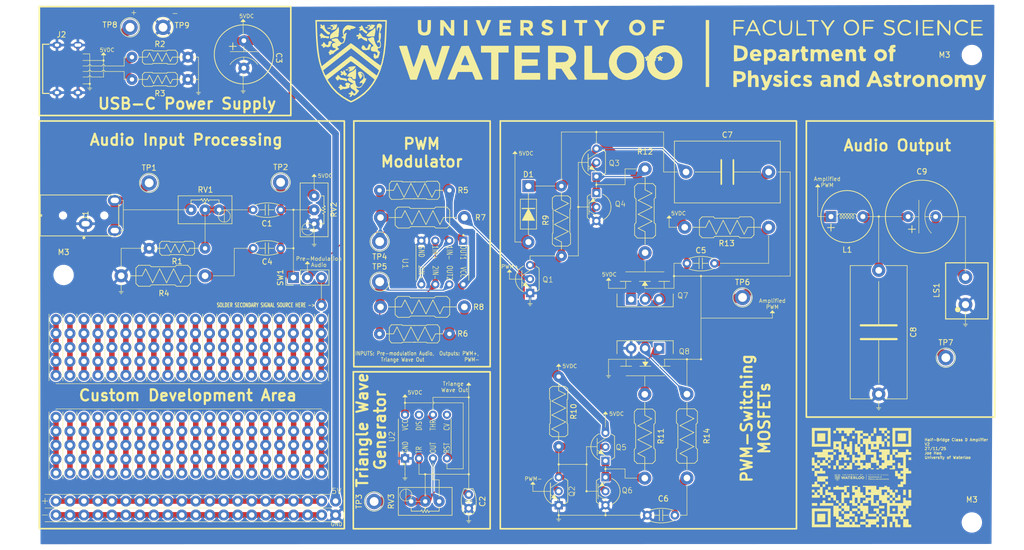
<source format=kicad_pcb>
(kicad_pcb (version 20241229) (generator "pcbnew") (generator_version "9.0")
  (layers (0 "F.Cu" signal) (2 "B.Cu" signal) (13 "F.Paste" user) (15 "B.Paste" user) (5 "F.SilkS" user "F.Silkscreen") (7 "B.SilkS" user "B.Silkscreen") (1 "F.Mask" user) (3 "B.Mask" user) (25 "Edge.Cuts" user))
  (net 0 "")
  (net 1 "Net-(U1-1IN+)")
  (net 2 "GND")
  (net 3 "Net-(U1-OUT1)")
  (net 4 "+5V")
  (net 5 "Net-(Q7-S)")
  (net 6 "Net-(D1-K)")
  (net 7 "Net-(C8-Pad1)")
  (net 8 "Net-(C9-Pad2)")
  (net 9 "Net-(J1-Pad2)")
  (net 10 "Net-(J2-CC1)")
  (net 11 "Net-(J2-CC2)")
  (net 12 "Net-(U1-OUT2)")
  (net 13 "Net-(U2-Q)")
  (net 14 "Net-(SW1-B)")
  (net 17 "Net-(Q1-B)")
  (net 18 "Net-(Q1-C)")
  (net 19 "Net-(Q2-C)")
  (net 20 "Net-(Q2-B)")
  (net 21 "Net-(Q3-E)")
  (net 22 "Net-(Q5-E)")
  (net 23 "Net-(Q7-G)")
  (net 24 "Net-(Q8-G)")
  (net 25 "Net-(C1-Pad2)")
  (net 26 "Net-(C4-Pad1)")
  (net 27 "Net-(C5-Pad1)")
  (net 28 "Net-(C6-Pad1)")
  (net 29 "Net-(SW1-A)")
  (net 30 "/Other Inputs")
  (footprint "PCM_Resistor_THT_US_AKL:R_Axial_DIN0411_L9.9mm_D3.6mm_P15.24mm_Horizontal" (layer "F.Cu") (at 133.08 41.33 180)
    (property "Reference" "R13")
    (property "Value" "10" (hide yes))
  )
  (footprint "PCM_Resistor_THT_US_AKL:R_Axial_DIN0309_L9.0mm_D3.2mm_P12.70mm_Horizontal" (layer "F.Cu") (at 94.94 68.48 -90)
    (property "Reference" "R10")
    (property "Value" "1k" (hide yes))
  )
  (footprint "Class D:PNP_Schematic" (layer "F.Cu") (at 104.09 89.19 180)
    (property "Reference" "Q6")
    (property "Value" "2N2907A")
  )
  (footprint "Class D:LM393" (layer "F.Cu") (at 73.8 47.8875 -90)
    (property "Reference" "U1")
    (property "Value" "~")
  )
  (footprint "Class D:NPN_Schematic" (layer "F.Cu") (at 102.79 81.39)
    (property "Reference" "Q5")
    (property "Value" "2N4401")
  )
  (footprint "MountingHole:MountingHole_3.2mm_M3" (layer "F.Cu") (at 170 95)
    (property "Reference" "M3")
    (property "Value" "MountingHole_3.2mm_M3")
  )
  (footprint "PCM_Resistor_THT_US_AKL:R_Axial_DIN0207_L6.3mm_D2.5mm_P10.16mm_Horizontal" (layer "F.Cu") (at 30.7 45.15 180)
    (property "Reference" "R1")
    (property "Value" "10k" (hide yes))
  )
  (footprint "TestPoint:TestPoint_Keystone_5010-5014_Multipurpose" (layer "F.Cu") (at 62.425 51.2325)
    (property "Reference" "TP5")
    (property "Value" "TestPoint")
  )
  (footprint "PCM_Diode_THT_AKL:D_DO-41_SOD81_P10.16mm_Horizontal" (layer "F.Cu") (at 89.44 33.85 -90)
    (property "Reference" "D1")
    (property "Value" "1N5819" (hide yes))
  )
  (footprint "PCM_Resistor_THT_US_AKL:R_Axial_DIN0207_L6.3mm_D2.5mm_P10.16mm_Horizontal" (layer "F.Cu") (at 17.415 14.444)
    (property "Reference" "R3")
    (property "Value" "5.1k" (hide yes))
  )
  (footprint "Class D:CAP_PK&slash_PZ_10X20_LOW_RUB" (layer "F.Cu") (at 37.615 7.52 -90)
    (property "Reference" "C3")
    (property "Value" "1m")
  )
  (footprint "Class D:NPN_Schematic" (layer "F.Cu") (at 101.14 29.7)
    (property "Reference" "Q3")
    (property "Value" "2N4401")
  )
  (footprint "Class D:PinHeader_1x03_P2.54mm_Vertical" (layer "F.Cu") (at 46.75 50.47 90)
    (property "Reference" "SW1")
    (property "Value" "SW_SPDT")
  )
  (footprint "PCM_Resistor_THT_US_AKL:R_Axial_DIN0411_L9.9mm_D3.6mm_P15.24mm_Horizontal" (layer "F.Cu") (at 77.81 39.5575 180)
    (property "Reference" "R7")
    (property "Value" "10" (hide yes))
  )
  (footprint "PCM_Capacitor_THT_AKL:C_Disc_D5.0mm_W2.5mm_P2.50mm" (layer "F.Cu") (at 78.6 89.93 -90)
    (property "Reference" "C2")
    (property "Value" "10n" (hide yes))
  )
  (footprint "TestPoint:TestPoint_Keystone_5010-5014_Multipurpose" (layer "F.Cu") (at 17.065 4.97)
    (property "Reference" "TP8")
    (property "Value" "TestPoint")
  )
  (footprint "TestPoint:TestPoint_Keystone_5010-5014_Multipurpose" (layer "F.Cu") (at 23.065 4.97)
    (property "Reference" "TP9")
    (property "Value" "TestPoint")
  )
  (footprint "PCM_Resistor_THT_US_AKL:R_Axial_DIN0411_L9.9mm_D3.6mm_P15.24mm_Horizontal" (layer "F.Cu") (at 77.81 55.8075 180)
    (property "Reference" "R8")
    (property "Value" "10" (hide yes))
  )
  (footprint "PCM_Resistor_THT_US_AKL:R_Axial_DIN0411_L9.9mm_D3.6mm_P15.24mm_Horizontal" (layer "F.Cu") (at 110.58 71.7 -90)
    (property "Reference" "R11")
    (property "Value" "10" (hide yes))
  )
  (footprint "MountingHole:MountingHole_3.2mm_M3" (layer "F.Cu") (at 170 10)
    (property "Reference" "M3")
    (property "Value" "MountingHole_3.2mm_M3")
  )
  (footprint "" (layer "F.Cu") (at 54.41 91.11)
    (property "Reference" "")
    (property "Value" "")
  )
  (footprint "LOGO" (layer "F.Cu") (at 111.47 11.1)
    (property "Reference" "G***")
    (property "Value" "LOGO" (hide yes))
  )
  (footprint "LOGO" (layer "F.Cu") (at 149.96 86.84)
    (property "Reference" "G***" (hide yes))
    (property "Value" "LOGO" (hide yes))
  )
  (footprint "MountingHole:MountingHole_3.2mm_M3" (layer "F.Cu") (at 5 50)
    (property "Reference" "M3")
    (property "Value" "MountingHole_3.2mm_M3")
  )
  (footprint "Class D:GCT_USB4125-GF-A_REVA2" (layer "F.Cu") (at 4.595 12.514 -90)
    (property "Reference" "J2")
    (property "Value" "USB_C_Receptacle_PowerOnly_24P")
  )
  (footprint "Class D:STX-3000_KYC" (layer "F.Cu") (at 8.99 40.6802 90)
    (property "Reference" "J1")
    (property "Value" "STX-3000")
  )
  (footprint "PCM_Resistor_THT_US_AKL:R_Axial_DIN0309_L9.0mm_D3.2mm_P12.70mm_Horizontal" (layer "F.Cu") (at 75.09 60.7075 180)
    (property "Reference" "R6")
    (property "Value" "1k" (hide yes))
  )
  (footprint "TestPoint:TestPoint_Keystone_5010-5014_Multipurpose" (layer "F.Cu") (at 20.54 33.26)
    (property "Reference" "TP1")
    (property "Value" "TestPoint")
  )
  (footprint "TestPoint:TestPoint_Keystone_5010-5014_Multipurpose" (layer "F.Cu") (at 165.27 65.04)
    (property "Reference" "TP7")
    (property "Value" "TestPoint")
  )
  (footprint "PCM_Resistor_THT_US_AKL:R_Axial_DIN0411_L9.9mm_D3.6mm_P15.24mm_Horizontal" (layer "F.Cu") (at 118.24 86.91 90)
    (property "Reference" "R14")
    (property "Value" "10" (hide yes))
  )
  (footprint "" (layer "F.Cu") (at 54.41 93.65)
    (property "Reference" "")
    (property "Value" "")
  )
  (footprint "Class D:PNP_Schematic" (layer "F.Cu") (at 102.44 37.5 180)
    (property "Reference" "Q4")
    (property "Value" "2N2907A")
  )
  (footprint "PCM_Potentiometer_THT_US_AKL:Potentiometer_Bourns_3296W_Vertical" (layer "F.Cu") (at 68.15 91.17 180)
    (property "Reference" "RV3")
    (property "Value" "R_Potentiometer" (hide yes))
  )
  (footprint "PCM_Capacitor_THT_AKL:C_Disc_D5.0mm_W2.5mm_P5.00mm" (layer "F.Cu") (at 116.04 93.69 180)
    (property "Reference" "C6")
    (property "Value" "100n" (hide yes))
  )
  (footprint "Class D:691137710002" (layer "F.Cu") (at 168.84 52.89 90)
    (property "Reference" "LS1")
    (property "Value" "40Ω")
  )
  (footprint "PCM_Resistor_THT_US_AKL:R_Axial_DIN0411_L9.9mm_D3.6mm_P15.24mm_Horizontal" (layer "F.Cu") (at 15.46 50.15)
    (property "Reference" "R4")
    (property "Value" "10" (hide yes))
  )
  (footprint "PCM_Capacitor_THT_AKL:C_Disc_D5.0mm_W2.5mm_P5.00mm" (layer "F.Cu") (at 44.43 38.15 180)
    (property "Reference" "C1")
    (property "Value" "100n" (hide yes))
  )
  (footprint "Class D:Breadboard" (layer "F.Cu") (at 3.61 63.17)
    (property "Reference" "Custom Development Area")
    (property "Value" "Breadboard")
  )
  (footprint "TestPoint:TestPoint_Keystone_5010-5014_Multipurpose" (layer "F.Cu") (at 44.43 33.15)
    (property "Reference" "TP2")
    (property "Value" "TestPoint")
  )
  (footprint "PCM_Potentiometer_THT_US_AKL:Potentiometer_Bourns_3296W_Vertical" (layer "F.Cu") (at 50.52 40.7 -90)
    (property "Reference" "RV2")
    (property "Value" "R_Potentiometer" (hide yes))
  )
  (footprint "Class D:CAP_PK&slash_PZ_12P5X20_LOW_RUB" (layer "F.Cu") (at 158.42 39.39)
    (property "Reference" "C9")
    (property "Value" "3300u")
  )
  (footprint "" (layer "F.Cu") (at 51.82 55.51)
    (property "Reference" "")
    (property "Value" "")
  )
  (footprint "PCM_Capacitor_THT_AKL:C_Disc_D5.0mm_W2.5mm_P5.00mm" (layer "F.Cu") (at 123.24 47.88 180)
    (property "Reference" "C5")
    (property "Value" "100n" (hide yes))
  )
  (footprint "PCM_Resistor_THT_US_AKL:R_Axial_DIN0207_L6.3mm_D2.5mm_P10.16mm_Horizontal" (layer "F.Cu") (at 17.415 10.394)
    (property "Reference" "R2")
    (property "Value" "5.1k" (hide yes))
  )
  (footprint "TestPoint:TestPoint_Keystone_5010-5014_Multipurpose" (layer "F.Cu") (at 61.41 91.19 90)
    (property "Reference" "TP3")
    (property "Value" "TestPoint")
  )
  (footprint "PCM_Potentiometer_THT_US_AKL:Potentiometer_Bourns_3296W_Vertical" (layer "F.Cu") (at 33.24 38.14)
    (property "Reference" "RV1")
    (property "Value" "R_Potentiometer" (hide yes))
  )
  (footprint "Class D:IND_BOURNS_RLB0912" (layer "F.Cu") (at 144.4088 39.38)
    (property "Reference" "L1")
    (property "Value" "22u")
  )
  (footprint "Class D:TLC555CP" (layer "F.Cu") (at 70.65 79.36 90)
    (property "Reference" "U2")
    (property "Value" "NE555P")
  )
  (footprint "Class D:NPN_Schematic" (layer "F.Cu") (at 94.29 89.4675)
    (property "Reference" "Q2")
    (property "Value" "2N4401")
  )
  (footprint "TestPoint:TestPoint_Keystone_5010-5014_Multipurpose" (layer "F.Cu") (at 128.34 54.08)
    (property "Reference" "TP6")
    (property "Value" "TestPoint")
  )
  (footprint "Class D:NPN_Schematic" (layer "F.Cu") (at 89.09 50.88)
    (property "Reference" "Q1")
    (property "Value" "2N4401")
  )
  (footprint "PCM_Resistor_THT_US_AKL:R_Axial_DIN0309_L9.0mm_D3.2mm_P12.70mm_Horizontal" (layer "F.Cu") (at 75.09 34.6075 180)
    (property "Reference" "R5")
    (property "Value" "1k" (hide yes))
  )
  (footprint "PCM_Resistor_THT_US_AKL:R_Axial_DIN0411_L9.9mm_D3.6mm_P15.24mm_Horizontal" (layer "F.Cu") (at 110.64 45.95 90)
    (property "Reference" "R12")
    (property "Value" "10" (hide yes))
  )
  (footprint "Class D:NMOS Schematic" (layer "F.Cu") (at 108.14 54.43)
    (property "Reference" "Q7" (hide yes))
    (property "Value" "IRLZ14PBF" (hide yes))
  )
  (footprint "Class D:NMOS Schematic" (layer "F.Cu") (at 113.14 63.3275 180)
    (property "Reference" "Q8" (hide yes))
    (property "Value" "IRLZ14PBF" (hide yes))
  )
  (footprint "PCM_Capacitor_THT_AKL:C_Disc_D5.0mm_W2.5mm_P5.00mm" (layer "F.Cu") (at 39.43 45.15)
    (property "Reference" "C4")
    (property "Value" "100n" (hide yes))
  )
  (footprint "TestPoint:TestPoint_Keystone_5010-5014_Multipurpose" (layer "F.Cu") (at 62.425 43.9325 180)
    (property "Reference" "TP4")
    (property "Value" "TestPoint")
  )
  (footprint "PCM_Capacitor_THT_AKL:C_Rect_L19.0mm_W11.0mm_P15.00mm_MKS4" (layer "F.Cu") (at 118.08 31.28)
    (property "Reference" "C7")
    (property "Value" "2.2u" (hide yes))
  )
  (footprint "PCM_Resistor_THT_US_AKL:R_Axial_DIN0309_L9.0mm_D3.2mm_P12.70mm_Horizontal" (layer "F.Cu") (at 95.44 33.83 -90)
    (property "Reference" "R9")
    (property "Value" "1k" (hide yes))
  )
  (footprint "PCM_Capacitor_THT_AKL:C_Rect_L24.0mm_W10.1mm_P22.50mm_MKT" (layer "F.Cu") (at 153.08 49.16 -90)
    (property "Reference" "C8")
    (property "Value" "3u" (hide yes))
  )
  (gr_line (start 107 85.27) (end 103.44 85.27) (stroke (width 0.1)) (layer "F.SilkS"))
  (gr_line (start 168.74 59.34) (end 168.94 59.34) (stroke (width 0.1)) (layer "F.SilkS"))
  (gr_poly (pts (xy 141.599999 33.99) (xy 142.4 33.99) (xy 142 33.54)) (stroke (width 0.1)) (fill yes) (layer "F.SilkS"))
  (gr_line (start 94.94 92.69) (end 94.94 93.69) (stroke (width 0.1)) (layer "F.SilkS"))
  (gr_line (start 168.44 58.94) (end 169.24 58.94) (stroke (width 0.1)) (layer "F.SilkS"))
  (gr_rect (start 139.93 22) (end 174.139985 75.84) (stroke (width 0.3)) (fill no) (layer "F.SilkS"))
  (gr_line (start 29.1 16.8) (end 29.9 16.8) (stroke (width 0.1)) (layer "F.SilkS"))
  (gr_line (start 8.5 14) (end 9.5 14) (stroke (width 0.1)) (layer "F.SilkS"))
  (gr_line (start 87 44.01) (end 87 28) (stroke (width 0.1)) (layer "F.SilkS"))
  (gr_line (start 46.75 38.15) (end 46.75 49.55) (stroke (width 0.1)) (layer "F.SilkS"))
  (gr_line (start 168.84 57.67) (end 168.84 57.15) (stroke (width 0.1)) (layer "F.SilkS"))
  (gr_line (start 15.85 41.95) (end 15.35 41.95) (stroke (width 0.1)) (layer "F.SilkS"))
  (gr_circle (center 78.6 86.24) (end 78.45 86.24) (stroke (width 0.1)) (fill yes) (layer "F.SilkS"))
  (gr_line (start 73.23 90.25) (end 73.23 87.25) (stroke (width 0.1)) (layer "F.SilkS"))
  (gr_line (start 50.52 43.71) (end 50.52 44.41) (stroke (width 0.1)) (layer "F.SilkS"))
  (gr_circle (center 100 84.44) (end 100.15 84.44) (stroke (width 0.1)) (fill yes) (layer "F.SilkS"))
  (gr_line (start 98.5 46.53) (end 96.6 46.53) (stroke (width 0.1)) (layer "F.SilkS"))
  (gr_line (start 15.46 45.15) (end 15.46 48.62) (stroke (width 0.1)) (layer "F.SilkS"))
  (gr_arc (start 72.1 73.05) (mid 72.3 73.25) (end 72.1 73.45) (stroke (width 0.1)) (layer "F.SilkS"))
  (gr_line (start 78.6 86.24) (end 78.6 72.25) (stroke (width 0.1)) (layer "F.SilkS"))
  (gr_line (start 94.94 67.4) (end 94.94 66.19) (stroke (width 0.1)) (layer "F.SilkS"))
  (gr_line (start 31.55 38.15) (end 32.4 38.15) (stroke (width 0.1)) (layer "F.SilkS"))
  (gr_line (start 124.29 47.88) (end 133.08 47.88) (stroke (width 0.1)) (layer "F.SilkS"))
  (gr_line (start 152.98 74.53) (end 153.18 74.53) (stroke (width 0.1)) (layer "F.SilkS"))
  (gr_line (start 49.29 49.47) (end 49.29 47.54) (stroke (width 0.1)) (layer "F.SilkS"))
  (gr_line (start 27.35 38.145) (end 15.85 38.145) (stroke (width 0.1)) (layer "F.SilkS"))
  (gr_line (start 74.64 85.25) (end 77.6 85.25) (stroke (width 0.1)) (layer "F.SilkS"))
  (gr_line (start 29.5 10.394) (end 29.5 14.444) (stroke (width 0.1)) (layer "F.SilkS"))
  (gr_circle (center 46.75 38.15) (end 46.9 38.15) (stroke (width 0.1)) (fill yes) (layer "F.SilkS"))
  (gr_line (start 16 14.444) (end 16.4 14.444) (stroke (width 0.1)) (layer "F.SilkS"))
  (gr_line (start 116.5 31.28) (end 114 31.28) (stroke (width 0.1)) (layer "F.SilkS"))
  (gr_line (start 103.9 68.69) (end 104.1 68.69) (stroke (width 0.1)) (layer "F.SilkS"))
  (gr_line (start 29.4 17.2) (end 29.6 17.2) (stroke (width 0.1)) (layer "F.SilkS"))
  (gr_line (start 168.84 58.24) (end 168.84 58.94) (stroke (width 0.1)) (layer "F.SilkS"))
  (gr_line (start 78.59 72.25) (end 78.59 69.6) (stroke (width 0.1)) (layer "F.SilkS"))
  (gr_line (start 134.8 31.28) (end 137 31.28) (stroke (width 0.1)) (layer "F.SilkS"))
  (gr_line (start 89.74 54.487759) (end 89.74 54.18) (stroke (width 0.1)) (layer "F.SilkS"))
  (gr_line (start 153.08 73.43) (end 153.08 72.91) (stroke (width 0.1)) (layer "F.SilkS"))
  (gr_line (start 12.25 11) (end 12.25 14) (stroke (width 0.1)) (layer "F.SilkS"))
  (gr_line (start 101.79 24) (end 95.44 24) (stroke (width 0.1)) (layer "F.SilkS"))
  (gr_line (start 74.64 84.25) (end 74.64 85.25) (stroke (width 0.1)) (layer "F.SilkS"))
  (gr_line (start 103.44 85.8) (end 103.44 84.78) (stroke (width 0.1)) (layer "F.SilkS"))
  (gr_line (start 32.16 50.15) (end 36 50.15) (stroke (width 0.1)) (layer "F.SilkS"))
  (gr_line (start 109.99 93.69) (end 103.44 93.69) (stroke (width 0.1)) (layer "F.SilkS"))
  (gr_line (start 69.9 91.17) (end 68.93 91.17) (stroke (width 0.1)) (layer "F.SilkS"))
  (gr_rect (start 57.63 67.61) (end 82.49 96.15) (stroke (width 0.3)) (fill no) (layer "F.SilkS"))
  (gr_line (start 104 67.65) (end 104 65.33) (stroke (width 0.1)) (layer "F.SilkS"))
  (gr_line (start 168.59 59.14) (end 169.09 59.14) (stroke (width 0.1)) (layer "F.SilkS"))
  (gr_line (start 94.94 82.23) (end 94.94 85.91) (stroke (width 0.1)) (layer "F.SilkS"))
  (gr_line (start 51.83 51.47) (end 51.83 54.52) (stroke (width 0.1)) (layer "F.SilkS"))
  (gr_line (start 88.1 44.01) (end 87 44.01) (stroke (width 0.1)) (layer "F.SilkS"))
  (gr_line (start 9.5 16.2) (end 10 16.2) (stroke (width 0.1)) (layer "F.SilkS"))
  (gr_line (start 70.69 90.25) (end 70.69 86.24) (stroke (width 0.1)) (layer "F.SilkS"))
  (gr_line (start 164.42 39.39) (end 168.84 39.39) (stroke (width 0.1)) (layer "F.SilkS"))
  (gr_line (start 8.5 9.8) (end 9.75 9.8) (stroke (width 0.1)) (layer "F.SilkS"))
  (gr_line (start 103.6 68.29) (end 104.4 68.29) (stroke (width 0.1)) (layer "F.SilkS"))
  (gr_line (start 102.09 89.3275) (end 100 89.3275) (stroke (width 0.1)) (layer "F.SilkS"))
  (gr_poly (pts (xy 37.211807 3.95) (xy 38.011808 3.95) (xy 37.611808 3.5)) (stroke (width 0.1)) (fill yes) (layer "F.SilkS"))
  (gr_line (start 89.34 55.187759) (end 90.14 55.187759) (stroke (width 0.1)) (layer "F.SilkS"))
  (gr_line (start 168.84 49.42) (end 168.84 39.39) (stroke (width 0.1)) (layer "F.SilkS"))
  (gr_poly (pts (xy 66.619999 72.2) (xy 67.42 72.2) (xy 67.02 71.75)) (stroke (width 0.1)) (fill yes) (layer "F.SilkS"))
  (gr_line (start 73.23 87.25) (end 72.1 87.25) (stroke (width 0.1)) (layer "F.SilkS"))
  (gr_circle (center 101.79 24) (end 101.94 24) (stroke (width 0.1)) (fill yes) (layer "F.SilkS"))
  (gr_line (start 12.5 12) (end 16 12) (stroke (width 0.1)) (layer "F.SilkS"))
  (gr_line (start 114 24) (end 101.79 24) (stroke (width 0.1)) (layer "F.SilkS"))
  (gr_circle (center 100 89.33) (end 100.15 89.33) (stroke (width 0.1)) (fill yes) (layer "F.SilkS"))
  (gr_line (start 45.38 45.15) (end 46.75 45.15) (stroke (width 0.1)) (layer "F.SilkS"))
  (gr_line (start 152.83 74.33) (end 153.33 74.33) (stroke (width 0.1)) (layer "F.SilkS"))
  (gr_circle (center 118.24 65.33) (end 118.39 65.33) (stroke (width 0.1)) (fill yes) (layer "F.SilkS"))
  (gr_circle (center 98.5 37.6375) (end 98.65 37.6375) (stroke (width 0.1)) (fill yes) (layer "F.SilkS"))
  (gr_line (start 114 31.28) (end 114 24) (stroke (width 0.1)) (layer "F.SilkS"))
  (gr_line (start 118.24 65.33) (end 118.24 70.22) (stroke (width 0.1)) (layer "F.SilkS"))
  (gr_line (start 151.09 39.38) (end 157.3 39.38) (stroke (width 0.1)) (layer "F.SilkS"))
  (gr_line (start 93.44 89.3475) (end 90.25 89.3475) (stroke (width 0.1)) (layer "F.SilkS"))
  (gr_circle (center 103.44 85.29) (end 103.59 85.28) (stroke (width 0.1)) (fill yes) (layer "F.SilkS"))
  (gr_circle (center 67.02 73.25) (end 67.17 73.25) (stroke (width 0.1)) (fill yes) (layer "F.SilkS"))
  (gr_line (start 94.95 84.44) (end 100 84.44) (stroke (width 0.1)) (layer "F.SilkS"))
  (gr_line (start 101.79 24) (end 101.79 26.1) (stroke (width 0.1)) (layer "F.SilkS"))
  (gr_line (start 9.75 9.8) (end 9.75 15.3) (stroke (width 0.1)) (layer "F.SilkS"))
  (gr_circle (center 120.79333 65.330001) (end 120.79 65.18) (stroke (width 0.1)) (fill yes) (layer "F.SilkS"))
  (gr_line (start 29.5 14.444) (end 28.55 14.444) (stroke (width 0.1)) (layer "F.SilkS"))
  (gr_line (start 15.36 53.41) (end 15.56 53.41) (stroke (width 0.1)) (layer "F.SilkS"))
  (gr_circle (center 70.69 86.24) (end 70.84 86.24) (stroke (width 0.1)) (fill yes) (layer "F.SilkS"))
  (gr_line (start 109.15 30.71) (end 107 30.71) (stroke (width 0.1)) (layer "F.SilkS"))
  (gr_line (start 120.79 57.84) (end 133.76 57.84) (stroke (width 0.1)) (layer "F.SilkS"))
  (gr_line (start 38.38 45.15) (end 36 45.15) (stroke (width 0.1)) (layer "F.SilkS"))
  (gr_line (start 8.5 13) (end 9.5 13) (stroke (width 0.1)) (layer "F.SilkS"))
  (gr_line (start 114.1 52.43) (end 115.89 52.43) (stroke (width 0.1)) (layer "F.SilkS"))
  (gr_line (start 95.44 24) (end 95.44 32.6) (stroke (width 0.1)) (layer "F.SilkS"))
  (gr_line (start 98.5 29.537759) (end 100.29 29.537759) (stroke (width 0.1)) (layer "F.SilkS"))
  (gr_line (start 107.08 65.3275) (end 104 65.33) (stroke (width 0.1)) (layer "F.SilkS"))
  (gr_line (start 9.35 16) (end 10.15 16) (stroke (width 0.1)) (layer "F.SilkS"))
  (gr_line (start 89.49 55.387759) (end 89.99 55.387759) (stroke (width 0.1)) (layer "F.SilkS"))
  (gr_line (start 37.22 16.53) (end 38.02 16.53) (stroke (width 0.1)) (layer "F.SilkS"))
  (gr_line (start 67.02 74.5) (end 67.02 72.25) (stroke (width 0.1)) (layer "F.SilkS"))
  (gr_line (start 12.5 13) (end 16 13) (stroke (width 0.1)) (layer "F.SilkS"))
  (gr_line (start 28.55 10.394) (end 29.5 10.394) (stroke (width 0.1)) (layer "F.SilkS"))
  (gr_line (start 104 67.59) (end 104 68.29) (stroke (width 0.1)) (layer "F.SilkS"))
  (gr_line (start 94.69 94.59) (end 95.19 94.59) (stroke (width 0.1)) (layer "F.SilkS"))
  (gr_circle (center 115.89 50.2) (end 115.89 50.05) (stroke (width 0.1)) (fill yes) (layer "F.SilkS"))
  (gr_line (start 37.37 16.73) (end 37.87 16.73) (stroke (width 0.1)) (layer "F.SilkS"))
  (gr_rect (start 0.59 1.2) (end 46.275 21) (stroke (width 0.3)) (fill no) (layer "F.SilkS"))
  (gr_line (start 16 12) (end 16 10.394) (stroke (width 0.1)) (layer "F.SilkS"))
  (gr_arc (start 12 13) (mid 12.25 12.75) (end 12.5 13) (stroke (width 0.1)) (layer "F.SilkS"))
  (gr_line (start 103.44 76.75) (end 103.44 75.33) (stroke (width 0.1)) (layer "F.SilkS"))
  (gr_line (start 98.5 37.6375) (end 98.5 46.53) (stroke (width 0.1)) (layer "F.SilkS"))
  (gr_line (start 72.1 73.45) (end 72.1 74.5) (stroke (width 0.1)) (layer "F.SilkS"))
  (gr_line (start 120.79 65.33) (end 120.79 50.35) (stroke (width 0.1)) (layer "F.SilkS"))
  (gr_line (start 94.3 33.83) (end 90.7 33.83) (stroke (width 0.1)) (layer "F.SilkS"))
  (gr_line (start 116.39 41.33) (end 115 41.33) (stroke (width 0.1)) (layer "F.SilkS"))
  (gr_line (start 34.11 38.15) (end 38.47 38.15) (stroke (width 0.1)) (layer "F.SilkS"))
  (gr_line (start 9.75 15.3) (end 9.75 16) (stroke (width 0.1)) (layer "F.SilkS"))
  (gr_circle (center 101.79 33.575) (end 101.94 33.575) (stroke (width 0.1)) (fill yes) (layer "F.SilkS"))
  (gr_line (start 114.08 65.3275) (end 120.79 65.33) (stroke (width 0.1)) (layer "F.SilkS"))
  (gr_line (start 50.27 44.61) (end 50.77 44.61) (stroke (width 0.1)) (layer "F.SilkS"))
  (gr_circle (center 103.44 93.69) (end 103.59 93.69) (stroke (width 0.1)) (fill yes) (layer "F.SilkS"))
  (gr_line (start 101.94 81.22) (end 100 81.22) (stroke (width 0.1)) (layer "F.SilkS"))
  (gr_line (start 78.59 72.25) (end 72.1 72.25) (stroke (width 0.1)) (layer "F.SilkS"))
  (gr_line (start 10 13) (end 12 13) (stroke (width 0.1)) (layer "F.SilkS"))
  (gr_rect (start 0.59 22) (end 56 96.13) (stroke (width 0.3)) (fill no) (layer "F.SilkS"))
  (gr_line (start 98.5 37.6375) (end 98.5 29.537759) (stroke (width 0.1)) (layer "F.SilkS"))
  (gr_line (start 78.6 93.35) (end 78.6 94.05) (stroke (width 0.1)) (layer "F.SilkS"))
  (gr_line (start 67.02 85.25) (end 67.02 86.25) (stroke (width 0.1)) (layer "F.SilkS"))
  (gr_line (start 8.5 15.25) (end 9.75 15.25) (stroke (width 0.1)) (layer "F.SilkS"))
  (gr_line (start 37.615 6.5) (end 37.615 4) (stroke (width 0.1)) (layer "F.SilkS"))
  (gr_line (start 15.21 53.21) (end 15.71 53.21) (stroke (width 0.1)) (layer "F.SilkS"))
  (gr_line (start 94.84 94.79) (end 95.04 94.79) (stroke (width 0.1)) (layer "F.SilkS"))
  (gr_arc (start 9.5 12) (mid 9.75 11.75) (end 10 12) (stroke (width 0.1)) (layer "F.SilkS"))
  (gr_line (start 153.08 73.43) (end 153.08 74.13) (stroke (width 0.1)) (layer "F.SilkS"))
  (gr_line (start 152.68 74.13) (end 153.48 74.13) (stroke (width 0.1)) (layer "F.SilkS"))
  (gr_line (start 11.5 14) (end 12.25 14) (stroke (width 0.1)) (layer "F.SilkS"))
  (gr_line (start 117.09 93.69) (end 118.24 93.69) (stroke (width 0.1)) (layer "F.SilkS"))
  (gr_line (start 94.94 93.69) (end 94.94 94.39) (stroke (width 0.1)) (layer "F.SilkS"))
  (gr_line (start 168.84 56.64) (end 168.84 58.24) (stroke (width 0.1)) (layer "F.SilkS"))
  (gr_line (start 153.08 39.38) (end 153.08 47.71) (stroke (width 0.1)) (layer "F.SilkS"))
  (gr_line (start 100 89.3275) (end 100 81.22) (stroke (width 0.1)) (layer "F.SilkS"))
  (gr_poly (pts (xy 85.599999 49.49) (xy 86.4 49.49) (xy 86 49.04)) (stroke (width 0.1)) (fill yes) (layer "F.SilkS"))
  (gr_line (start 29.25 17) (end 29.75 17) (stroke (width 0.1)) (layer "F.SilkS"))
  (gr_line (start 107.1 52.43) (end 104 52.43) (stroke (width 0.1)) (layer "F.SilkS"))
  (gr_line (start 15.85 36.45) (end 15.54 36.45) (stroke (width 0.1)) (layer "F.SilkS"))
  (gr_poly (pts (xy 86.599999 27.96) (xy 87.4 27.96) (xy 87 27.51)) (stroke (width 0.1)) (fill yes) (layer "F.SilkS"))
  (gr_poly (pts (xy 48.889999 47.99) (xy 49.69 47.99) (xy 49.29 47.54)) (stroke (width 0.1)) (fill yes) (layer "F.SilkS"))
  (gr_line (start 110.58 68.3275) (end 110.58 70.25) (stroke (width 0.1)) (layer "F.SilkS"))
  (gr_poly (pts (xy 103.598597 50.99) (xy 104.398598 50.99) (xy 103.998598 50.54)) (stroke (width 0.1)) (fill yes) (layer "F.SilkS"))
  (gr_circle (center 120.79 50.2) (end 120.94 50.2) (stroke (width 0.1)) (fill yes) (layer "F.SilkS"))
  (gr_line (start 16 13) (end 16 14.444) (stroke (width 0.1)) (layer "F.SilkS"))
  (gr_poly (pts (xy 50.114775 32.12) (xy 50.914776 32.12) (xy 50.514776 31.67)) (stroke (width 0.1)) (fill yes) (layer "F.SilkS"))
  (gr_line (start 78.6 93.97) (end 78.6 94.67) (stroke (width 0.1)) (layer "F.SilkS"))
  (gr_line (start 78.2 94.67) (end 79 94.67) (stroke (width 0.1)) (layer "F.SilkS"))
  (gr_circle (center 12.25 11) (end 12.4 11) (stroke (width 0.1)) (fill yes) (layer "F.SilkS"))
  (gr_circle (center 94.94 93.69) (end 95.09 93.69) (stroke (width 0.1)) (fill yes) (layer "F.SilkS"))
  (gr_line (start 101.79 34.2) (end 101.79 32.95) (stroke (width 0.1)) (layer "F.SilkS"))
  (gr_line (start 77.59 73.25) (end 67.03 73.25) (stroke (width 0.1)) (layer "F.SilkS"))
  (gr_line (start 86 50.76) (end 86 49.52) (stroke (width 0.1)) (layer "F.SilkS"))
  (gr_line (start 50.52 34.51) (end 50.52 32.12) (stroke (width 0.1)) (layer "F.SilkS"))
  (gr_line (start 77.6 85.25) (end 77.59 73.25) (stroke (width 0.1)) (layer "F.SilkS"))
  (gr_line (start 107 86.94) (end 107 85.27) (stroke (width 0.1)) (layer "F.SilkS"))
  (gr_line (start 72.1 84.24) (end 72.1 87.25) (stroke (width 0.1)) (layer "F.SilkS"))
  (gr_rect (start 57.725 22) (end 82.49 66.68) (stroke (width 0.3)) (fill no) (layer "F.SilkS"))
  (gr_line (start 29.5 16.1) (end 29.5 16.8) (stroke (width 0.1)) (layer "F.SilkS"))
  (gr_line (start 66.92 87.29) (end 67.12 87.29) (stroke (width 0.1)) (layer "F.SilkS"))
  (gr_line (start 72.1 72.25) (end 72.1 73.05) (stroke (width 0.1)) (layer "F.SilkS"))
  (gr_line (start 69.56 84.25) (end 69.56 86.24) (stroke (width 0.1)) (layer "F.SilkS"))
  (gr_line (start 50.12 44.41) (end 50.92 44.41) (stroke (width 0.1)) (layer "F.SilkS"))
  (gr_line (start 67.02 84.25) (end 67.02 85.25) (stroke (width 0.1)) (layer "F.SilkS"))
  (gr_line (start 103.44 77.67) (end 103.44 76.69) (stroke (width 0.1)) (layer "F.SilkS"))
  (gr_line (start 50.52 43.71) (end 50.52 41.54) (stroke (width 0.1)) (layer "F.SilkS"))
  (gr_line (start 16 10.394) (end 16.4 10.394) (stroke (width 0.1)) (layer "F.SilkS"))
  (gr_line (start 115.89 50.2) (end 135.25 50.2) (stroke (width 0.1)) (layer "F.SilkS"))
  (gr_line (start 103.75 68.49) (end 104.25 68.49) (stroke (width 0.1)) (layer "F.SilkS"))
  (gr_line (start 90.25 89.3475) (end 90.25 88.1075) (stroke (width 0.1)) (layer "F.SilkS"))
  (gr_line (start 70.69 86.24) (end 71.9 86.24) (stroke (width 0.1)) (layer "F.SilkS"))
  (gr_line (start 88.24 50.76) (end 86 50.76) (stroke (width 0.1)) (layer "F.SilkS"))
  (gr_line (start 137 50.2) (end 137 31.28) (stroke (width 0.1)) (layer "F.SilkS"))
  (gr_rect (start 84.33 22) (end 138.14 96.15) (stroke (width 0.3)) (fill no) (layer "F.SilkS"))
  (gr_circle (center 94.94 84.44) (end 95.09 84.44) (stroke (width 0.1)) (fill yes) (layer "F.SilkS"))
  (gr_line (start 78.35 94.87) (end 78.85 94.87) (stroke (width 0.1)) (layer "F.SilkS"))
  (gr_line (start 89.74 46.53) (end 94.35 46.53) (stroke (width 0.1)) (layer "F.SilkS"))
  (gr_arc (start 71.9 86.24) (mid 72.1 86.04) (end 72.3 86.24) (stroke (width 0.1)) (layer "F.SilkS"))
  (gr_circle (center 46.75 45.15) (end 46.9 45.16) (stroke (width 0.1)) (fill yes) (layer "F.SilkS"))
  (gr_line (start 100.44 37.6375) (end 98.5 37.6375) (stroke (width 0.1)) (layer "F.SilkS"))
  (gr_line (start 89.74 47.37) (end 89.74 46.53) (stroke (width 0.1)) (layer "F.SilkS"))
  (gr_line (start 89.64 55.587759) (end 89.84 55.587759) (stroke (width 0.1)) (layer "F.SilkS"))
  (gr_line (start 15.85 36.45) (end 15.85 41.95) (stroke (width 0.1)) (layer "F.SilkS"))
  (gr_arc (start 9.5 14) (mid 9.75 13.75) (end 10 14) (stroke (width 0.1)) (layer "F.SilkS"))
  (gr_line (start 9.5 12) (end 8.5 12) (stroke (width 0.1)) (layer "F.SilkS"))
  (gr_line (start 135.185 50.2) (end 137 50.2) (stroke (width 0.1)) (layer "F.SilkS"))
  (gr_line (start 104 52.43) (end 104 51.01) (stroke (width 0.1)) (layer "F.SilkS"))
  (gr_line (start 107 33.575) (end 107 30.71) (stroke (width 0.1)) (layer "F.SilkS"))
  (gr_line (start 10 14) (end 11.5 14) (stroke (width 0.1)) (layer "F.SilkS"))
  (gr_poly (pts (xy 94.538597 66.64) (xy 95.338598 66.64) (xy 94.938598 66.19)) (stroke (width 0.1)) (fill yes) (layer "F.SilkS"))
  (gr_poly (pts (xy 114.599999 39.66) (xy 115.4 39.66) (xy 115 39.21)) (stroke (width 0.1)) (fill yes) (layer "F.SilkS"))
  (gr_poly (pts (xy 103.038597 75.31) (xy 103.838598 75.31) (xy 103.438598 74.86)) (stroke (width 0.1)) (fill yes) (layer "F.SilkS"))
  (gr_line (start 143.4 39.38) (end 142 39.38) (stroke (width 0.1)) (layer "F.SilkS"))
  (gr_line (start 15.46 52.31) (end 15.46 53.01) (stroke (width 0.1)) (layer "F.SilkS"))
  (gr_line (start 94.54 94.39) (end 95.34 94.39) (stroke (width 0.1)) (layer "F.SilkS"))
  (gr_line (start 133.76 57.84) (end 133.76 56.46) (stroke (width 0.1)) (layer "F.SilkS"))
  (gr_line (start 29.5 14.444) (end 29.5 16.1) (stroke (width 0.1)) (layer "F.SilkS"))
  (gr_line (start 50.42 44.81) (end 50.62 44.81) (stroke (width 0.1)) (layer "F.SilkS"))
  (gr_line (start 78.5 95.07) (end 78.7 95.07) (stroke (width 0.1)) (layer "F.SilkS"))
  (gr_arc (start 9.5 13) (mid 9.75 12.75) (end 10 13) (stroke (width 0.1)) (layer "F.SilkS"))
  (gr_poly (pts (xy 78.189999 70.05) (xy 78.99 70.05) (xy 78.59 69.6)) (stroke (width 0.1)) (fill yes) (layer "F.SilkS"))
  (gr_line (start 115 41.33) (end 115 39.67) (stroke (width 0.1)) (layer "F.SilkS"))
  (gr_line (start 15.06 53.01) (end 15.86 53.01) (stroke (width 0.1)) (layer "F.SilkS"))
  (gr_line (start 12 12) (end 10 12) (stroke (width 0.1)) (layer "F.SilkS"))
  (gr_line (start 67.02 86.19) (end 67.02 86.89) (stroke (width 0.1)) (layer "F.SilkS"))
  (gr_line (start 66.77 87.09) (end 67.27 87.09) (stroke (width 0.1)) (layer "F.SilkS"))
  (gr_line (start 66.62 86.89) (end 67.42 86.89) (stroke (width 0.1)) (layer "F.SilkS"))
  (gr_line (start 101.79 33.575) (end 107 33.575) (stroke (width 0.1)) (layer "F.SilkS"))
  (gr_line (start 110.64 47.4) (end 110.64 49.43) (stroke (width 0.1)) (layer "F.SilkS"))
  (gr_line (start 118.24 93.69) (end 118.24 88.36) (stroke (width 0.1)) (layer "F.SilkS"))
  (gr_line (start 8.5 11) (end 12.25 11) (stroke (width 0.1)) (layer "F.SilkS"))
  (gr_line (start 72.3 86.24) (end 78.6 86.24) (stroke (width 0.1)) (layer "F.SilkS"))
  (gr_line (start 78.6 86.24) (end 78.601866 89.05) (stroke (width 0.1)) (layer "F.SilkS"))
  (gr_line (start 36 45.15) (end 36 50.14) (stroke (width 0.1)) (layer "F.SilkS"))
  (gr_line (start 37.62 15.83) (end 37.62 16.53) (stroke (width 0.1)) (layer "F.SilkS"))
  (gr_line (start 109.2 86.94) (end 107 86.94) (stroke (width 0.1)) (layer "F.SilkS"))
  (gr_line (start 19.54 45.15) (end 15.46 45.15) (stroke (width 0.1)) (layer "F.SilkS"))
  (gr_line (start 142 39.38) (end 142 33.54) (stroke (width 0.1)) (layer "F.SilkS"))
  (gr_line (start 15.46 51.68) (end 15.46 52.34) (stroke (width 0.1)) (layer "F.SilkS"))
  (gr_poly (pts (xy 89.849999 88.0775) (xy 90.65 88.0775) (xy 90.25 87.6275)) (stroke (width 0.1)) (fill yes) (layer "F.SilkS"))
  (gr_line (start 37.52 16.93) (end 37.72 16.93) (stroke (width 0.1)) (layer "F.SilkS"))
  (gr_line (start 89.74 54.487759) (end 89.74 55.187759) (stroke (width 0.1)) (layer "F.SilkS"))
  (gr_line (start 94.94 93.69) (end 103.44 93.69) (stroke (width 0.1)) (layer "F.SilkS"))
  (gr_line (start 45.33 38.15) (end 49.54 38.15) (stroke (width 0.1)) (layer "F.SilkS"))
  (gr_line (start 133.08 42.9) (end 133.08 47.88) (stroke (width 0.1)) (layer "F.SilkS"))
  (gr_poly (pts (xy 133.359999 56.91) (xy 134.16 56.91) (xy 133.76 56.46)) (stroke (width 0.1)) (fill yes) (layer "F.SilkS"))
  (gr_line (start 115.89 52.43) (end 115.89 47.88) (stroke (width 0.1)) (layer "F.SilkS"))
  (gr_circle (center 78.59 72.25) (end 78.44 72.25) (stroke (width 0.1)) (fill yes) (layer "F.SilkS"))
  (gr_line (start 115.89 47.88) (end 117.19 47.88) (stroke (width 0.1)) (layer "F.SilkS"))
  (gr_line (start 103.44 93.69) (end 103.44 92.69) (stroke (width 0.1)) (layer "F.SilkS"))
  (gr_line (start 37.615 13.6) (end 37.615 15.9) (stroke (width 0.1)) (layer "F.SilkS"))
  (gr_line (start 69.56 86.24) (end 70.69 86.24) (stroke (width 0.1)) (layer "F.SilkS"))
  (gr_circle (center 9.75 15.25) (end 9.9 15.25) (stroke (width 0.1)) (fill yes) (layer "F.SilkS"))
  (gr_line (start 12.25 11) (end 12.25 10) (stroke (width 0.1)) (layer "F.SilkS"))
  (gr_line (start 9.65 16.4) (end 9.85 16.4) (stroke (width 0.1)) (layer "F.SilkS"))
  (gr_arc (start 12 12) (mid 12.25 11.75) (end 12.5 12) (stroke (width 0.1)) (layer "F.SilkS"))
  (gr_poly (pts (xy 11.85 10) (xy 12.65 10) (xy 12.25 9.55)) (stroke (width 0.1)) (fill yes) (layer "F.SilkS"))
  (gr_line (start 30.7 39.05) (end 30.7 44.13) (stroke (width 0.1)) (layer "F.SilkS"))
  (gr_circle (center 153.08 39.38) (end 153.23 39.38) (stroke (width 0.1)) (fill yes) (layer "F.SilkS"))
  (gr_rect (start 0 0) (end 175 100) (stroke (width 0.00001)) (fill no) (layer "Edge.Cuts"))
  (gr_text "5VDC" (at 102.73 50.32 0) (layer "F.SilkS") (effects (font (size 0.7 0.7) (thickness 0.1)) (justify left bottom)))
  (gr_text "+\n" (at 17.065 2.82 0) (layer "F.SilkS") (effects (font (size 1 1) (thickness 0.1)) (justify left bottom)))
  (gr_text "5VDC" (at 51.12 32.38 0) (layer "F.SilkS") (effects (font (size 0.7 0.7) (thickness 0.1)) (justify left bottom)))
  (gr_text "PWM\nModulator" (at 70.05 30.55 0) (layer "F.SilkS") (effects (font (size 2 2) (thickness 0.4) (bold yes)) (justify bottom)))
  (gr_text "5VDC" (at 36.85 3.35 0) (layer "F.SilkS") (effects (font (size 0.7 0.7) (thickness 0.1)) (justify left bottom)))
  (gr_text "5VDC" (at 104.05 75.66 0) (layer "F.SilkS") (effects (font (size 0.7 0.7) (thickness 0.1)) (justify left bottom)))
  (gr_text "PWM-Switching\nMOSFETs" (at 133.48 76.05 90) (layer "F.SilkS") (effects (font (size 2 2) (thickness 0.4) (bold yes)) (justify bottom)))
  (gr_text "Amplified\nPWM" (at 143.72 34.08 0) (layer "F.SilkS") (effects (font (size 0.7 0.7) (thickness 0.1)) (justify bottom)))
  (gr_text "5VDC" (at 11.5 9.5 0) (layer "F.SilkS") (effects (font (size 0.7 0.7) (thickness 0.1)) (justify left bottom)))
  (gr_text "-" (at 24.565 2.97 0) (layer "F.SilkS") (effects (font (size 1 1) (thickness 0.1)) (justify left bottom)))
  (gr_text "PWM-\n" (at 88.69 87.4775 0) (layer "F.SilkS") (effects (font (size 0.7 0.7) (thickness 0.1)) (justify left bottom)))
  (gr_text "PWM+\n" (at 84.44 48.89 0) (layer "F.SilkS") (effects (font (size 0.7 0.7) (thickness 0.1)) (justify left bottom)))
  (gr_text "Audio Input Processing" (at 9.54 26.6 0) (layer "F.SilkS") (effects (font (size 2 2) (thickness 0.4) (bold yes)) (justify left bottom)))
  (gr_text "5VDC" (at 67.43 71.78 0) (layer "F.SilkS") (effects (font (size 0.7 0.7) (thickness 0.1)) (justify left bottom)))
  (gr_text "Triange \nWave Out" (at 76.04 71.33 0) (layer "F.SilkS") (effects (font (size 0.7 0.7) (thickness 0.1)) (justify bottom)))
  (gr_text "Half-Bridge Class D Amplifier\nV2\n27/11/25\nJoe Hao\nUniversity of Waterloo" (at 161.36 83.48 0) (layer "F.SilkS") (effects (font (size 0.5 0.5) (thickness 0.1) (bold yes)) (justify left bottom)))
  (gr_text "INPUTS: Pre-modulation Audio,\n		Triange Wave Out" (at 57.92 65.8 0) (layer "F.SilkS") (effects (font (size 0.7 0.6) (thickness 0.1)) (justify left bottom)))
  (gr_text "Triangle Wave\nGenerator" (at 63.66 78.21 90) (layer "F.SilkS") (effects (font (size 2 2) (thickness 0.4) (bold yes)) (justify bottom)))
  (gr_text "SOLDER SECONDARY SIGNAL SOURCE HERE ->" (at 32.76 55.92 0) (layer "F.SilkS") (effects (font (size 0.75 0.5) (thickness 0.125) (bold yes)) (justify left bottom)))
  (gr_text "Audio Output" (at 146.49 27.62 0) (layer "F.SilkS") (effects (font (size 2 2) (thickness 0.4) (bold yes)) (justify left bottom)))
  (gr_text "Outputs: PWM+,\n	     PWM-" (at 73.2 65.8 0) (layer "F.SilkS") (effects (font (size 0.7 0.6) (thickness 0.1)) (justify left bottom)))
  (gr_text "5VDC" (at 87.611402 28.31 0) (layer "F.SilkS") (effects (font (size 0.7 0.7) (thickness 0.1)) (justify left bottom)))
  (gr_text "Amplified\nPWM" (at 133.76 56.23 0) (layer "F.SilkS") (effects (font (size 0.7 0.7) (thickness 0.1)) (justify bottom)))
  (gr_text "5VDC" (at 115.31 39.21 0) (layer "F.SilkS") (effects (font (size 0.7 0.7) (thickness 0.1)) (justify left bottom)))
  (gr_text "USB-C Power Supply" (at 11.02 20.03 0) (layer "F.SilkS") (effects (font (size 2 2) (thickness 0.4) (bold yes)) (justify left bottom)))
  (gr_text "5V" (at 53.61 89.89 0) (layer "F.SilkS") (effects (font (size 1 1) (thickness 0.1)) (justify left bottom)))
  (gr_text "GND" (at 53.46 95.73 0) (layer "F.SilkS") (effects (font (size 0.7 0.7) (thickness 0.1)) (justify left bottom)))
  (gr_text "5VDC" (at 95.55 66.99 0) (layer "F.SilkS") (effects (font (size 0.7 0.7) (thickness 0.1)) (justify left bottom)))
  (gr_text "Pre-Modulation\nAudio" (at 51.37 48.58 0) (layer "F.SilkS") (effects (font (size 0.7 0.7) (thickness 0.1)) (justify bottom)))
  (segment (start 77.800001 89.130001) (end 78.6 89.93) (width 0.2) (layer "F.Cu") (net 1))
  (segment (start 72.53 51.7075) (end 72.53 43.7675) (width 0.2) (layer "F.Cu") (net 1))
  (segment (start 72.729999 89.130001) (end 77.800001 89.130001) (width 0.2) (layer "F.Cu") (net 1))
  (segment (start 69.56 77.95) (end 69.56 83.35) (width 0.2) (layer "F.Cu") (net 1))
  (segment (start 65.969 88.989) (end 65.969 58.2685) (width 0.2) (layer "F.Cu") (net 1))
  (segment (start 72.1 75.41) (end 69.56 77.95) (width 0.2) (layer "F.Cu") (net 1))
  (segment (start 61.43 91.17) (end 61.41 91.19) (width 0.2) (layer "F.Cu") (net 1))
  (segment (start 68.15 91.17) (end 61.43 91.17) (width 0.2) (layer "F.Cu") (net 1))
  (segment (start 70.69 91.17) (end 72.729999 89.130001) (width 0.2) (layer "F.Cu") (net 1))
  (segment (start 69.56 90.04) (end 70.69 91.17) (width 0.2) (layer "F.Cu") (net 1))
  (segment (start 70.69 91.17) (end 68.15 91.17) (width 0.2) (layer "F.Cu") (net 1))
  (segment (start 69.56 83.35) (end 69.56 90.04) (width 0.2) (layer "F.Cu") (net 1))
  (segment (start 65.969 58.2685) (end 72.53 51.7075) (width 0.2) (layer "F.Cu") (net 1))
  (segment (start 68.15 91.17) (end 65.969 88.989) (width 0.2) (layer "F.Cu") (net 1))
  (segment (start 7.595 8.194) (end 7.595 9.684) (width 0.2) (layer "F.Cu") (net 2))
  (segment (start 7.595 9.684) (end 7.675 9.764) (width 0.2) (layer "F.Cu") (net 2))
  (segment (start 7.675 16.754) (end 7.595 16.834) (width 0.2) (layer "F.Cu") (net 2))
  (segment (start 7.675 15.264) (end 7.675 16.754) (width 0.2) (layer "F.Cu") (net 2))
  (segment (start 62.57 39.5575) (end 62.57 34.7875) (width 0.2) (layer "F.Cu") (net 3))
  (segment (start 62.57 34.7875) (end 62.39 34.6075) (width 0.2) (layer "F.Cu") (net 3))
  (segment (start 73.4 39.5575) (end 77.61 43.7675) (width 0.2) (layer "F.Cu") (net 3))
  (segment (start 62.57 39.5575) (end 73.4 39.5575) (width 0.2) (layer "F.Cu") (net 3))
  (segment (start 62.57 43.7875) (end 62.425 43.9325) (width 0.2) (layer "B.Cu") (net 3))
  (segment (start 62.57 39.5575) (end 62.57 43.7875) (width 0.2) (layer "B.Cu") (net 3))
  (segment (start 37.615 7.52) (end 46.48 16.385) (width 1.2) (layer "F.Cu") (net 4))
  (segment (start 75.09 54.2275) (end 75.09 60.7075) (width 1.2) (layer "F.Cu") (net 4))
  (segment (start 6.643 10.994) (end 6.524 11.113) (width 0.7) (layer "F.Cu") (net 4))
  (segment (start 76.191 61.8085) (end 76.191 81.799) (width 1.2) (layer "F.Cu") (net 4))
  (segment (start 52.95 7.52) (end 89.44 44.01) (width 1.2) (layer "F.Cu") (net 4))
  (segment (start 11.041 10.994) (end 17.065 4.97) (width 0.7) (layer "F.Cu") (net 4))
  (segment (start 7.675 10.994) (end 14.586 10.994) (width 0.7) (layer "F.Cu") (net 4))
  (segment (start 6.524 11.113) (end 6.524 13.915) (width 0.7) (layer "F.Cu") (net 4))
  (segment (start 112.641 35.540842) (end 112.641 52.429) (width 1.2) (layer "F.Cu") (net 4))
  (segment (start 7.675 10.994) (end 11.041 10.994) (width 0.7) (layer "F.Cu") (net 4))
  (segment (start 6.643 14.034) (end 7.675 14.034) (width 0.7) (layer "F.Cu") (net 4))
  (segment (start 14.586 10.994) (end 18.06 7.52) (width 0.7) (layer "F.Cu") (net 4))
  (segment (start 7.675 10.994) (end 6.643 10.994) (width 0.7) (layer "F.Cu") (net 4))
  (segment (start 37.615 7.52) (end 84.620158 7.52) (width 1.2) (layer "F.Cu") (net 4))
  (segment (start 112.641 52.429) (end 110.64 54.43) (width 1.2) (layer "F.Cu") (net 4))
  (segment (start 84.483446 7.52) (end 37.615 7.52) (width 1.2) (layer "F.Cu") (net 4))
  (segment (start 18.06 7.52) (end 37.615 7.52) (width 0.7) (layer "F.Cu") (net 4))
  (segment (start 46.48 16.385) (end 46.48 31.58) (width 1.2) (layer "F.Cu") (net 4))
  (segment (start 88.189 45.261) (end 88.189 61.729) (width 1.2) (layer "F.Cu") (net 4))
  (segment (start 48.0025 7.52) (end 75.09 34.6075) (width 1.2) (layer "F.Cu") (net 4))
  (segment (start 46.48 31.58) (end 50.52 35.62) (width 1.2) (layer "F.Cu") (net 4))
  (segment (start 76.191 81.799) (end 74.64 83.35) (width 1.2) (layer "F.Cu") (net 4))
  (segment (start 6.524 13.915) (end 6.643 14.034) (width 0.7) (layer "F.Cu") (net 4))
  (segment (start 117.84 41.33) (end 117.84 40.876554) (width 1.2) (layer "F.Cu") (net 4))
  (segment (start 88.189 61.729) (end 94.94 68.48) (width 1.2) (layer "F.Cu") (net 4))
  (segment (start 37.615 7.52) (end 48.0025 7.52) (width 1.2) (layer "F.Cu") (net 4))
  (segment (start 75.09 60.7075) (end 76.191 61.8085) (width 1.2) (layer "F.Cu") (net 4))
  (segment (start 117.84 40.876554) (end 84.483446 7.52) (width 1.2) (layer "F.Cu") (net 4))
  (segment (start 37.615 7.52) (end 52.95 7.52) (width 1.2) (layer "F.Cu") (net 4))
  (segment (start 77.61 51.7075) (end 75.09 54.2275) (width 1.2) (layer "F.Cu") (net 4))
  (segment (start 75.09 60.7075) (end 67.02 68.7775) (width 1.2) (layer "F.Cu") (net 4))
  (segment (start 89.44 44.01) (end 88.189 45.261) (width 1.2) (layer "F.Cu") (net 4))
  (segment (start 67.02 68.7775) (end 67.02 75.41) (width 1.2) (layer "F.Cu") (net 4))
  (segment (start 84.620158 7.52) (end 112.641 35.540842) (width 1.2) (layer "F.Cu") (net 4))
  (segment (start 54.41 91.11) (end 54.41 24.315) (width 1.2) (layer "B.Cu") (net 4))
  (segment (start 54.41 24.315) (end 37.615 7.52) (width 1.2) (layer "B.Cu") (net 4))
  (segment (start 103.44 76.98) (end 103.44 78.71) (width 1.2) (layer "B.Cu") (net 4))
  (segment (start 79.161 42.2165) (end 79.161 50.1565) (width 1.2) (layer "B.Cu") (net 4))
  (segment (start 75.09 34.6075) (end 75.09 39.8765) (width 1.2) (layer "B.Cu") (net 4))
  (segment (start 75.09 39.8765) (end 77.43 42.2165) (width 1.2) (layer "B.Cu") (net 4))
  (segment (start 77.43 42.2165) (end 79.161 42.2165) (width 1.2) (layer "B.Cu") (net 4))
  (segment (start 94.94 68.48) (end 103.44 76.98) (width 1.2) (layer "B.Cu") (net 4))
  (segment (start 79.161 50.1565) (end 77.61 51.7075) (width 1.2) (layer "B.Cu") (net 4))
  (segment (start 113.18 54.43) (end 127.99 54.43) (width 0.2) (layer "F.Cu") (net 5))
  (segment (start 127.99 54.43) (end 128.34 54.08) (width 0.2) (layer "F.Cu") (net 5))
  (segment (start 118.24 46.12) (end 133.08 31.28) (width 0.2) (layer "F.Cu") (net 5))
  (segment (start 110.64 56.97) (end 113.18 54.43) (width 0.2) (layer "F.Cu") (net 5))
  (segment (start 143.04 39.38) (end 144.4088 39.38) (width 0.2) (layer "F.Cu") (net 5))
  (segment (start 118.24 49.37) (end 113.18 54.43) (width 0.2) (layer "F.Cu") (net 5))
  (segment (start 118.24 47.88) (end 118.24 46.12) (width 0.2) (layer "F.Cu") (net 5))
  (segment (start 110.64 63.3275) (end 110.64 56.97) (width 0.2) (layer "F.Cu") (net 5))
  (segment (start 118.24 47.88) (end 118.24 49.37) (width 0.2) (layer "F.Cu") (net 5))
  (segment (start 128.34 54.08) (end 143.04 39.38) (width 0.2) (layer "F.Cu") (net 5))
  (segment (start 118.24 71.67) (end 110.64 64.07) (width 0.2) (layer "B.Cu") (net 5))
  (segment (start 110.64 64.07) (end 110.64 63.3275) (width 0.2) (layer "B.Cu") (net 5))
  (segment (start 95.44 33.83) (end 101.79 27.48) (width 0.2) (layer "F.Cu") (net 6))
  (segment (start 95.42 33.85) (end 95.44 33.83) (width 0.2) (layer "F.Cu") (net 6))
  (segment (start 89.44 33.85) (end 95.42 33.85) (width 0.2) (layer "F.Cu") (net 6))
  (segment (start 101.79 27.48) (end 101.79 27.02) (width 0.2) (layer "F.Cu") (net 6))
  (segment (start 118.08 31.28) (end 113.82 27.02) (width 0.2) (layer "B.Cu") (net 6))
  (segment (start 113.82 27.02) (end 101.79 27.02) (width 0.2) (layer "B.Cu") (net 6))
  (segment (start 158.41 39.38) (end 158.42 39.39) (width 0.2) (layer "F.Cu") (net 7))
  (segment (start 150.2 39.38) (end 153.08 42.26) (width 0.2) (layer "F.Cu") (net 7))
  (segment (start 150.2 39.38) (end 158.41 39.38) (width 0.2) (layer "F.Cu") (net 7))
  (segment (start 153.08 42.26) (end 153.08 49.16) (width 0.2) (layer "F.Cu") (net 7))
  (segment (start 163.42 39.39) (end 163.42 63.19) (width 0.2) (layer "F.Cu") (net 8))
  (segment (start 163.42 63.19) (end 165.27 65.04) (width 0.2) (layer "F.Cu") (net 8))
  (segment (start 168.84 50.39) (end 163.42 44.97) (width 0.2) (layer "F.Cu") (net 8))
  (segment (start 163.42 44.97) (end 163.42 39.39) (width 0.2) (layer "F.Cu") (net 8))
  (segment (start 14.290002 36.430018) (end 17.369982 36.430018) (width 0.2) (layer "F.Cu") (net 9))
  (segment (start 14.290002 36.430018) (end 26.450018 36.430018) (width 0.2) (layer "F.Cu") (net 9))
  (segment (start 26.450018 36.430018) (end 28.16 38.14) (width 0.2) (layer "F.Cu") (net 9))
  (segment (start 14.290002 36.430018) (end 14.290002 41.930017) (width 0.2) (layer "F.Cu") (net 9))
  (segment (start 17.369982 36.430018) (end 20.54 33.26) (width 0.2) (layer "F.Cu") (net 9))
  (segment (start 15.795 12.014) (end 17.415 10.394) (width 0.24) (layer "F.Cu") (net 10))
  (segment (start 7.675 12.014) (end 15.795 12.014) (width 0.24) (layer "F.Cu") (net 10))
  (segment (start 7.675 13.014) (end 15.985 13.014) (width 0.24) (layer "F.Cu") (net 11))
  (segment (start 15.985 13.014) (end 17.415 14.444) (width 0.24) (layer "F.Cu") (net 11))
  (segment (start 62.425 51.2325) (end 62.425 55.6625) (width 0.2) (layer "F.Cu") (net 12))
  (segment (start 62.425 60.6725) (end 62.39 60.7075) (width 0.2) (layer "F.Cu") (net 12))
  (segment (start 62.425 55.6625) (end 62.57 55.8075) (width 0.2) (layer "F.Cu") (net 12))
  (segment (start 62.425 51.2325) (end 62.425 60.6725) (width 0.2) (layer "F.Cu") (net 12))
  (segment (start 62.425 51.2325) (end 63.951 52.7585) (width 0.2) (layer "B.Cu") (net 12))
  (segment (start 63.951 52.7585) (end 74.019 52.7585) (width 0.2) (layer "B.Cu") (net 12))
  (segment (start 74.019 52.7585) (end 75.07 51.7075) (width 0.2) (layer "B.Cu") (net 12))
  (segment (start 72.1 83.35) (end 72.1 90.04) (width 0.2) (layer "B.Cu") (net 13))
  (segment (start 72.1 90.04) (end 73.23 91.17) (width 0.2) (layer "B.Cu") (net 13))
  (segment (start 73.534 42.2315) (end 57.5285 42.2315) (width 0.2) (layer "F.Cu") (net 14))
  (segment (start 75.07 43.7675) (end 73.534 42.2315) (width 0.2) (layer "F.Cu") (net 14))
  (segment (start 57.5285 42.2315) (end 49.29 50.47) (width 0.2) (layer "F.Cu") (net 14))
  (segment (start 69.99 48.8475) (end 75.07 43.7675) (width 0.2) (layer "B.Cu") (net 14))
  (segment (start 69.99 51.7075) (end 69.99 48.8475) (width 0.2) (layer "B.Cu") (net 14))
  (segment (start 77.81 39.5575) (end 88.9925 50.74) (width 0.2) (layer "B.Cu") (net 17))
  (segment (start 88.9925 50.74) (end 89.74 50.74) (width 0.2) (layer "B.Cu") (net 17))
  (segment (start 95.44 43.99) (end 95.44 46.53) (width 0.2) (layer "F.Cu") (net 18))
  (segment (start 101.79 37.64) (end 100.739 36.589) (width 0.2) (layer "F.Cu") (net 18))
  (segment (start 100.739 30.611) (end 101.79 29.56) (width 0.2) (layer "F.Cu") (net 18))
  (segment (start 95.44 46.53) (end 93.77 48.2) (width 0.2) (layer "F.Cu") (net 18))
  (segment (start 93.77 48.2) (end 89.74 48.2) (width 0.2) (layer "F.Cu") (net 18))
  (segment (start 100.739 36.589) (end 100.739 30.611) (width 0.2) (layer "F.Cu") (net 18))
  (segment (start 101.79 37.64) (end 95.44 43.99) (width 0.2) (layer "F.Cu") (net 18))
  (segment (start 94.94 86.7875) (end 100.8975 86.7875) (width 0.2) (layer "F.Cu") (net 19))
  (segment (start 100.8975 86.7875) (end 103.44 89.33) (width 0.2) (layer "F.Cu") (net 19))
  (segment (start 103.37 81.18) (end 103.44 81.25) (width 0.2) (layer "F.Cu") (net 19))
  (segment (start 94.94 81.18) (end 103.37 81.18) (width 0.2) (layer "F.Cu") (net 19))
  (segment (start 94.94 81.18) (end 94.94 86.7875) (width 0.2) (layer "F.Cu") (net 19))
  (segment (start 77.81 72.1975) (end 77.81 55.8075) (width 0.2) (layer "F.Cu") (net 20))
  (segment (start 94.94 89.3275) (end 77.81 72.1975) (width 0.2) (layer "F.Cu") (net 20))
  (segment (start 101.79 32.1) (end 101.79 35.1) (width 0.2) (layer "F.Cu") (net 21))
  (segment (start 110.64 30.71) (end 109.25 32.1) (width 0.2) (layer "B.Cu") (net 21))
  (segment (start 109.25 32.1) (end 101.79 32.1) (width 0.2) (layer "B.Cu") (net 21))
  (segment (start 103.44 86.79) (end 110.43 86.79) (width 0.2) (layer "F.Cu") (net 22))
  (segment (start 110.43 86.79) (end 110.58 86.94) (width 0.2) (layer "F.Cu") (net 22))
  (segment (start 103.44 86.79) (end 103.44 83.79) (width 0.2) (layer "F.Cu") (net 22))
  (segment (start 108.1 48.49) (end 110.64 45.95) (width 0.2) (layer "F.Cu") (net 23))
  (segment (start 108.1 54.43) (end 108.1 48.49) (width 0.2) (layer "F.Cu") (net 23))
  (segment (start 110.58 65.9275) (end 113.18 63.3275) (width 0.2) (layer "F.Cu") (net 24))
  (segment (start 110.58 71.7) (end 110.58 65.9275) (width 0.2) (layer "F.Cu") (net 24))
  (segment (start 30.7 38.14) (end 33.24 38.14) (width 0.2) (layer "F.Cu") (net 25))
  (segment (start 33.36 38.15) (end 39.43 38.15) (width 0.2) (layer "F.Cu") (net 25))
  (segment (start 30.7 38.14) (end 30.7 45.15) (width 0.2) (layer "F.Cu") (net 25))
  (segment (start 33.35 38.14) (end 33.36 38.15) (width 0.2) (layer "F.Cu") (net 25))
  (segment (start 33.24 38.14) (end 33.35 38.14) (width 0.2) (layer "F.Cu") (net 25))
  (segment (start 34.43 50.15) (end 39.43 45.15) (width 0.2) (layer "F.Cu") (net 26))
  (segment (start 30.7 50.15) (end 34.43 50.15) (width 0.2) (layer "F.Cu") (net 26))
  (segment (start 123.24 47.88) (end 126.53 47.88) (width 0.2) (layer "F.Cu") (net 27))
  (segment (start 126.53 47.88) (end 133.08 41.33) (width 0.2) (layer "F.Cu") (net 27))
  (segment (start 116.04 89.26) (end 116.04 93.69) (width 0.2) (layer "F.Cu") (net 28))
  (segment (start 118.24 86.91) (end 118.24 87.06) (width 0.2) (layer "F.Cu") (net 28))
  (segment (start 118.24 87.06) (end 116.04 89.26) (width 0.2) (layer "F.Cu") (net 28))
  (segment (start 44.43 38.15) (end 44.43 45.15) (width 0.2) (layer "F.Cu") (net 29))
  (segment (start 44.43 38.15) (end 44.43 33.15) (width 0.2) (layer "F.Cu") (net 29))
  (segment (start 44.43 48.15) (end 46.75 50.47) (width 0.2) (layer "F.Cu") (net 29))
  (segment (start 44.43 38.15) (end 50.51 38.15) (width 0.2) (layer "F.Cu") (net 29))
  (segment (start 50.51 38.15) (end 50.52 38.16) (width 0.2) (layer "F.Cu") (net 29))
  (segment (start 44.43 45.15) (end 44.43 48.15) (width 0.2) (layer "F.Cu") (net 29))
  (segment (start 51.83 55.5) (end 51.82 55.51) (width 0.2) (layer "F.Cu") (net 30))
  (segment (start 51.83 50.47) (end 51.83 55.5) (width 0.2) (layer "F.Cu") (net 30))
  (zone (net 2) (net_name "GND") (layer "B.Cu") (connect_pads (clearance 0)) (min_thickness 0.25) (fill yes (thermal_gap 0.5) (thermal_bridge_width 0.5))
    (polygon (pts (xy 0.69 1.34) (xy 174.09 0.87) (xy 173.57 98.91) (xy 0.81 98.96)))
  )
)
</source>
